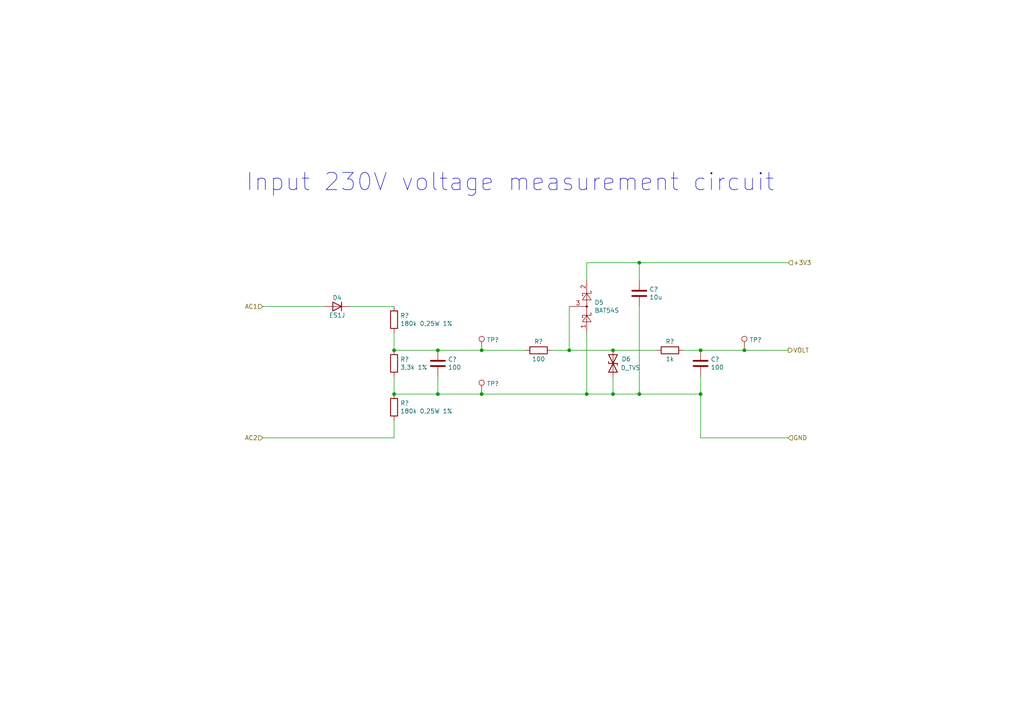
<source format=kicad_sch>
(kicad_sch (version 20231120) (generator "eeschema") (generator_version "8.0")
  (paper "A4")
  (title_block (title "Furnace 230V") (date "2021-08-26") (rev "1.0") (company "Yuriy Volkov"))
  (lib_symbols
    (symbol "furnace_230V-rescue:BAT54S-Diode" (pin_names (offset 1.016))
      (property "Reference" "D" (at 0.635 -3.81 0))
      (property "Value" "BAT54S-Diode" (at -6.35 3.175 0))
      (symbol "BAT54S-Diode_0_1"
        (polyline (pts (xy -3.81 0) (xy -1.27 0)))
        (polyline (pts (xy -3.175 -1.27) (xy -3.175 -1.016)))
        (polyline (pts (xy -2.54 -1.27) (xy -3.175 -1.27)))
        (polyline (pts (xy -2.54 -1.27) (xy -2.54 1.27)))
        (polyline (pts (xy -2.54 1.27) (xy -1.905 1.27)))
        (polyline (pts (xy -1.905 0) (xy 1.905 0)))
        (polyline (pts (xy -1.905 1.27) (xy -1.905 1.016)))
        (polyline (pts (xy 1.27 0) (xy 3.81 0)))
        (polyline (pts (xy 3.175 -1.27) (xy 3.175 -1.016)))
        (polyline (pts (xy 3.81 -1.27) (xy 3.175 -1.27)))
        (polyline (pts (xy 3.81 -1.27) (xy 3.81 1.27)))
        (polyline (pts (xy 3.81 1.27) (xy 4.445 1.27)))
        (polyline (pts (xy 4.445 1.27) (xy 4.445 1.016)))
        (polyline (pts (xy -4.445 1.27) (xy -4.445 -1.27) (xy -2.54 0) (xy -4.445 1.27)))
        (polyline (pts (xy 1.905 1.27) (xy 1.905 -1.27) (xy 3.81 0) (xy 1.905 1.27)))
        (circle (center 0 0) (radius 0.254) (fill (type outline)))
      )
      (symbol "BAT54S-Diode_1_1"
        (pin passive line (at -7.62 0 0) (length 3.81) (name "~") (number "1"))
        (pin passive line (at 7.62 0 180) (length 3.81) (name "~") (number "2"))
        (pin passive line (at 0 -5.08 90) (length 5.08) (name "~") (number "3"))
      )
    )
    (symbol "furnace_230V-rescue:C-Device" (pin_numbers hide) (pin_names (offset 0.254))
      (property "Reference" "C" (at 0.635 2.54 0))
      (property "Value" "C-Device" (at 0.635 -2.54 0))
      (symbol "C-Device_0_1"
        (polyline (pts (xy -2.032 -0.762) (xy 2.032 -0.762)) (stroke (width 0.508)))
        (polyline (pts (xy -2.032 0.762) (xy 2.032 0.762)) (stroke (width 0.508)))
      )
      (symbol "C-Device_1_1"
        (pin passive line (at 0 3.81 270) (length 2.794) (name "~") (number "1"))
        (pin passive line (at 0 -3.81 90) (length 2.794) (name "~") (number "2"))
      )
    )
    (symbol "furnace_230V-rescue:D-Device" (pin_numbers hide) (pin_names (offset 1.016) hide)
      (property "Reference" "D" (at 0 2.54 0))
      (property "Value" "D-Device" (at 0 -2.54 0))
      (symbol "D-Device_0_1"
        (polyline (pts (xy -1.27 1.27) (xy -1.27 -1.27)) (stroke (width 0.254)))
        (polyline (pts (xy 1.27 0) (xy -1.27 0)))
        (polyline (pts (xy 1.27 1.27) (xy 1.27 -1.27) (xy -1.27 0) (xy 1.27 1.27)) (stroke (width 0.254)))
      )
      (symbol "D-Device_1_1"
        (pin passive line (at -3.81 0 0) (length 2.54) (name "K") (number "1"))
        (pin passive line (at 3.81 0 180) (length 2.54) (name "A") (number "2"))
      )
    )
    (symbol "furnace_230V-rescue:D_TVS-Device" (pin_numbers hide) (pin_names (offset 1.016) hide)
      (property "Reference" "D" (at 0 2.54 0))
      (property "Value" "D_TVS-Device" (at 0 -2.54 0))
      (symbol "D_TVS-Device_0_1"
        (polyline (pts (xy 1.27 0) (xy -1.27 0)))
        (polyline (pts (xy 0.508 1.27) (xy 0 1.27) (xy 0 -1.27) (xy -0.508 -1.27)) (stroke (width 0.254)))
        (polyline (pts (xy -2.54 1.27) (xy -2.54 -1.27) (xy 2.54 1.27) (xy 2.54 -1.27) (xy -2.54 1.27)) (stroke (width 0.254)))
      )
      (symbol "D_TVS-Device_1_1"
        (pin passive line (at -3.81 0 0) (length 2.54) (name "A1") (number "1"))
        (pin passive line (at 3.81 0 180) (length 2.54) (name "A2") (number "2"))
      )
    )
    (symbol "furnace_230V-rescue:R-Device" (pin_numbers hide) (pin_names (offset 0))
      (property "Reference" "R" (at 2.032 0 90))
      (property "Value" "R-Device" (at 0 0 90))
      (symbol "R-Device_0_1"
        (rectangle (start -1.016 -2.54) (end 1.016 2.54) (stroke (width 0.254)))
      )
      (symbol "R-Device_1_1"
        (pin passive line (at 0 3.81 270) (length 1.27) (name "~") (number "1"))
        (pin passive line (at 0 -3.81 90) (length 1.27) (name "~") (number "2"))
      )
    )
    (symbol "furnace_230V-rescue:TestPoint-Connector" (pin_numbers hide) (pin_names (offset 0.762) hide)
      (property "Reference" "TP" (at 0 6.858 0))
      (property "Value" "TestPoint-Connector" (at 0 5.08 0))
      (symbol "TestPoint-Connector_0_1"
        (circle (center 0 3.302) (radius 0.762))
      )
      (symbol "TestPoint-Connector_1_1"
        (pin passive line (at 0 0 90) (length 2.54) (name "1") (number "1"))
      )
    )
  )
  (junction (at 114.3 114.3))
  (junction (at 139.7 101.6))
  (junction (at 203.2 114.3))
  (junction (at 215.9 101.6))
  (junction (at 185.42 114.3))
  (junction (at 177.8 114.3))
  (junction (at 139.7 114.3))
  (junction (at 203.2 101.6))
  (junction (at 127 101.6))
  (junction (at 170.18 114.3))
  (junction (at 114.3 101.6))
  (junction (at 185.42 76.2))
  (junction (at 127 114.3))
  (junction (at 177.8 101.6))
  (junction (at 165.1 101.6))
  (wire (pts (xy 139.7 101.6) (xy 152.4 101.6)))
  (wire (pts (xy 203.2 101.6) (xy 215.9 101.6)))
  (wire (pts (xy 127 114.3) (xy 139.7 114.3)))
  (wire (pts (xy 170.18 76.2) (xy 185.42 76.2)))
  (wire (pts (xy 114.3 101.6) (xy 127 101.6)))
  (wire (pts (xy 160.02 101.6) (xy 165.1 101.6)))
  (wire (pts (xy 114.3 96.52) (xy 114.3 101.6)))
  (wire (pts (xy 165.1 88.9) (xy 165.1 101.6)))
  (wire (pts (xy 76.2 88.9) (xy 93.98 88.9)))
  (wire (pts (xy 215.9 101.6) (xy 228.6 101.6)))
  (wire (pts (xy 165.1 101.6) (xy 177.8 101.6)))
  (wire (pts (xy 170.18 96.52) (xy 170.18 114.3)))
  (wire (pts (xy 101.6 88.9) (xy 114.3 88.9)))
  (wire (pts (xy 114.3 121.92) (xy 114.3 127)))
  (wire (pts (xy 203.2 109.22) (xy 203.2 114.3)))
  (wire (pts (xy 114.3 109.22) (xy 114.3 114.3)))
  (wire (pts (xy 185.42 81.28) (xy 185.42 76.2)))
  (wire (pts (xy 185.42 114.3) (xy 203.2 114.3)))
  (wire (pts (xy 114.3 114.3) (xy 127 114.3)))
  (wire (pts (xy 177.8 114.3) (xy 185.42 114.3)))
  (wire (pts (xy 170.18 114.3) (xy 177.8 114.3)))
  (wire (pts (xy 203.2 114.3) (xy 203.2 127)))
  (wire (pts (xy 127 101.6) (xy 139.7 101.6)))
  (wire (pts (xy 198.12 101.6) (xy 203.2 101.6)))
  (wire (pts (xy 177.8 101.6) (xy 190.5 101.6)))
  (wire (pts (xy 127 109.22) (xy 127 114.3)))
  (wire (pts (xy 177.8 109.22) (xy 177.8 114.3)))
  (wire (pts (xy 203.2 127) (xy 228.6 127)))
  (wire (pts (xy 114.3 127) (xy 76.2 127)))
  (wire (pts (xy 170.18 81.28) (xy 170.18 76.2)))
  (wire (pts (xy 185.42 88.9) (xy 185.42 114.3)))
  (wire (pts (xy 139.7 114.3) (xy 170.18 114.3)))
  (wire (pts (xy 185.42 76.2) (xy 228.6 76.2)))
  (text "Input 230V voltage measurement circuit" (at 224.79 55.88 0) (effects (font (size 5.0038 5.0038)) (justify right bottom)))
  (hierarchical_label "GND" (shape input) (at 228.6 127 0))
  (hierarchical_label "+3V3" (shape input) (at 228.6 76.2 0))
  (hierarchical_label "AC2" (shape input) (at 76.2 127 180))
  (hierarchical_label "AC1" (shape input) (at 76.2 88.9 180))
  (hierarchical_label "VOLT" (shape output) (at 228.6 101.6 0))
  (symbol (lib_id "furnace_230V-rescue:R-Device") (at 114.3 92.71 0) (unit 1)
    (property "Reference" "R?" (at 116.078 91.5416 0) (effects (justify left)))
    (property "Value" "180k 0,25W 1%" (at 116.078 93.853 0) (effects (justify left)))
    (property "Footprint" "Resistor_THT:R_Axial_DIN0207_L6.3mm_D2.5mm_P10.16mm_Horizontal" (effects (hide yes)))
    (instances (project "" (path "" (reference "R?") (unit 1)) (path "" (reference "R9") (unit 1))))
  )
  (symbol (lib_id "furnace_230V-rescue:R-Device") (at 156.21 101.6 270) (unit 1)
    (property "Reference" "R?" (at 156.21 99.06 90))
    (property "Value" "100" (at 156.21 104.14 90))
    (property "Footprint" "Resistor_SMD:R_0603_1608Metric_Pad1.05x0.95mm_HandSolder" (effects (hide yes)))
    (instances (project "" (path "" (reference "R?") (unit 1)) (path "" (reference "R12") (unit 1)) (path "" (reference "R?") (unit 1))))
  )
  (symbol (lib_id "furnace_230V-rescue:BAT54S-Diode") (at 170.18 88.9 270) (mirror x) (unit 1)
    (property "Reference" "D5" (at 172.4152 87.7316 90) (effects (justify left)))
    (property "Value" "BAT54S" (at 172.4152 90.043 90) (effects (justify left)))
    (property "Footprint" "Package_TO_SOT_SMD:SOT-23" (effects (hide yes)))
    (property "Datasheet" "https://www.diodes.com/assets/Datasheets/ds11005.pdf" (effects (hide yes)))
  )
  (symbol (lib_id "furnace_230V-rescue:D_TVS-Device") (at 177.8 105.41 90) (unit 1)
    (property "Reference" "D6" (at 181.61 104.14 90))
    (property "Value" "D_TVS" (at 182.88 106.68 90))
    (property "Footprint" "Diode_SMD:D_SMB_Handsoldering" (effects (hide yes)))
  )
  (symbol (lib_id "furnace_230V-rescue:R-Device") (at 194.31 101.6 270) (unit 1)
    (property "Reference" "R?" (at 194.31 99.06 90))
    (property "Value" "1k" (at 194.31 104.14 90))
    (property "Footprint" "Resistor_SMD:R_0603_1608Metric_Pad1.05x0.95mm_HandSolder" (effects (hide yes)))
    (instances (project "" (path "" (reference "R?") (unit 1)) (path "" (reference "R13") (unit 1)) (path "" (reference "R?") (unit 1))))
  )
  (symbol (lib_id "furnace_230V-rescue:C-Device") (at 203.2 105.41 0) (unit 1)
    (property "Reference" "C?" (at 206.121 104.2416 0) (effects (justify left)))
    (property "Value" "100" (at 206.121 106.553 0) (effects (justify left)))
    (property "Footprint" "Capacitor_SMD:C_0603_1608Metric_Pad1.05x0.95mm_HandSolder" (effects (hide yes)))
    (instances (project "" (path "" (reference "C?") (unit 1)) (path "" (reference "C?") (unit 1)) (path "" (reference "C16") (unit 1))))
  )
  (symbol (lib_id "furnace_230V-rescue:TestPoint-Connector") (at 139.7 101.6 0) (unit 1)
    (property "Reference" "TP?" (at 141.1732 98.6028 0) (effects (justify left)))
    (property "Value" "TestPoint" (effects (hide yes)))
    (property "Footprint" "furnace_230V:TP" (effects (hide yes)))
    (instances (project "" (path "" (reference "TP?") (unit 1)) (path "" (reference "TP?") (unit 1)) (path "" (reference "TP7") (unit 1))))
  )
  (symbol (lib_id "furnace_230V-rescue:TestPoint-Connector") (at 139.7 114.3 0) (unit 1)
    (property "Reference" "TP?" (at 141.1732 111.3028 0) (effects (justify left)))
    (property "Value" "TestPoint" (effects (hide yes)))
    (property "Footprint" "furnace_230V:TP" (effects (hide yes)))
    (instances (project "" (path "" (reference "TP?") (unit 1)) (path "" (reference "TP?") (unit 1)) (path "" (reference "TP8") (unit 1))))
  )
  (symbol (lib_id "furnace_230V-rescue:TestPoint-Connector") (at 215.9 101.6 0) (unit 1)
    (property "Reference" "TP?" (at 217.3732 98.6028 0) (effects (justify left)))
    (property "Value" "TestPoint" (effects (hide yes)))
    (property "Footprint" "furnace_230V:TP" (effects (hide yes)))
    (instances (project "" (path "" (reference "TP?") (unit 1)) (path "" (reference "TP?") (unit 1)) (path "" (reference "TP9") (unit 1))))
  )
  (symbol (lib_id "furnace_230V-rescue:C-Device") (at 127 105.41 0) (unit 1)
    (property "Reference" "C?" (at 129.921 104.2416 0) (effects (justify left)))
    (property "Value" "100" (at 129.921 106.553 0) (effects (justify left)))
    (property "Footprint" "Capacitor_SMD:C_0603_1608Metric_Pad1.05x0.95mm_HandSolder" (effects (hide yes)))
    (instances (project "" (path "" (reference "C?") (unit 1)) (path "" (reference "C?") (unit 1)) (path "" (reference "C14") (unit 1))))
  )
  (symbol (lib_id "furnace_230V-rescue:R-Device") (at 114.3 105.41 0) (unit 1)
    (property "Reference" "R?" (at 116.078 104.2416 0) (effects (justify left)))
    (property "Value" "3,3k 1%" (at 116.078 106.553 0) (effects (justify left)))
    (property "Footprint" "Resistor_SMD:R_0603_1608Metric_Pad1.05x0.95mm_HandSolder" (effects (hide yes)))
    (instances (project "" (path "" (reference "R?") (unit 1)) (path "" (reference "R?") (unit 1)) (path "" (reference "R?") (unit 1)) (path "" (reference "R10") (unit 1))))
  )
  (symbol (lib_id "furnace_230V-rescue:R-Device") (at 114.3 118.11 0) (unit 1)
    (property "Reference" "R?" (at 116.078 116.9416 0) (effects (justify left)))
    (property "Value" "180k 0,25W 1%" (at 116.078 119.253 0) (effects (justify left)))
    (property "Footprint" "Resistor_THT:R_Axial_DIN0207_L6.3mm_D2.5mm_P10.16mm_Horizontal" (effects (hide yes)))
    (instances (project "" (path "" (reference "R?") (unit 1)) (path "" (reference "R11") (unit 1))))
  )
  (symbol (lib_id "furnace_230V-rescue:C-Device") (at 185.42 85.09 0) (unit 1)
    (property "Reference" "C?" (at 188.341 83.9216 0) (effects (justify left)))
    (property "Value" "10u" (at 188.341 86.233 0) (effects (justify left)))
    (property "Footprint" "Capacitor_SMD:C_0603_1608Metric_Pad1.05x0.95mm_HandSolder" (effects (hide yes)))
    (instances (project "" (path "" (reference "C?") (unit 1)) (path "" (reference "C?") (unit 1)) (path "" (reference "C15") (unit 1))))
  )
  (symbol (lib_id "furnace_230V-rescue:D-Device") (at 97.79 88.9 180) (unit 1)
    (property "Reference" "D4" (at 97.79 86.36 0))
    (property "Value" "ES1J" (at 97.79 91.44 0))
    (property "Footprint" "Diode_SMD:D_SMA_Handsoldering" (effects (hide yes)))
  )
)
</source>
